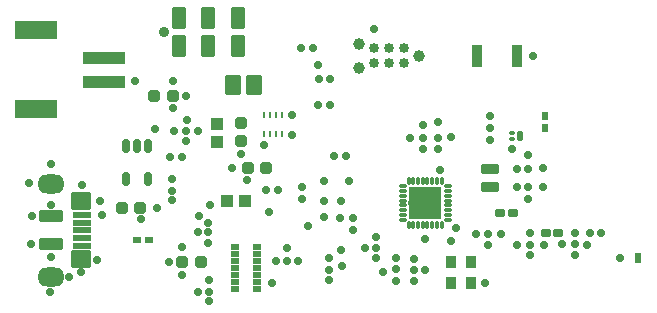
<source format=gts>
%TF.GenerationSoftware,KiCad,Pcbnew,9.0.3*%
%TF.CreationDate,2025-09-07T14:42:41+02:00*%
%TF.ProjectId,LoTiBloxy,4c6f5469-426c-46f7-9879-2e6b69636164,rev?*%
%TF.SameCoordinates,Original*%
%TF.FileFunction,Soldermask,Top*%
%TF.FilePolarity,Negative*%
%FSLAX46Y46*%
G04 Gerber Fmt 4.6, Leading zero omitted, Abs format (unit mm)*
G04 Created by KiCad (PCBNEW 9.0.3) date 2025-09-07 14:42:41*
%MOMM*%
%LPD*%
G01*
G04 APERTURE LIST*
G04 Aperture macros list*
%AMRoundRect*
0 Rectangle with rounded corners*
0 $1 Rounding radius*
0 $2 $3 $4 $5 $6 $7 $8 $9 X,Y pos of 4 corners*
0 Add a 4 corners polygon primitive as box body*
4,1,4,$2,$3,$4,$5,$6,$7,$8,$9,$2,$3,0*
0 Add four circle primitives for the rounded corners*
1,1,$1+$1,$2,$3*
1,1,$1+$1,$4,$5*
1,1,$1+$1,$6,$7*
1,1,$1+$1,$8,$9*
0 Add four rect primitives between the rounded corners*
20,1,$1+$1,$2,$3,$4,$5,0*
20,1,$1+$1,$4,$5,$6,$7,0*
20,1,$1+$1,$6,$7,$8,$9,0*
20,1,$1+$1,$8,$9,$2,$3,0*%
G04 Aperture macros list end*
%ADD10RoundRect,0.030000X-1.701800X0.749300X-1.701800X-0.749300X1.701800X-0.749300X1.701800X0.749300X0*%
%ADD11RoundRect,0.030000X-1.752600X0.495300X-1.752600X-0.495300X1.752600X-0.495300X1.752600X0.495300X0*%
%ADD12R,0.500000X0.900000*%
%ADD13RoundRect,0.150000X-0.150000X-0.200000X0.150000X-0.200000X0.150000X0.200000X-0.150000X0.200000X0*%
%ADD14RoundRect,0.030000X-0.469900X0.482600X-0.469900X-0.482600X0.469900X-0.482600X0.469900X0.482600X0*%
%ADD15RoundRect,0.155000X-0.185000X0.155000X-0.185000X-0.155000X0.185000X-0.155000X0.185000X0.155000X0*%
%ADD16RoundRect,0.155000X0.155000X0.185000X-0.155000X0.185000X-0.155000X-0.185000X0.155000X-0.185000X0*%
%ADD17RoundRect,0.240000X0.240000X0.265000X-0.240000X0.265000X-0.240000X-0.265000X0.240000X-0.265000X0*%
%ADD18RoundRect,0.030000X-0.698500X0.349250X-0.698500X-0.349250X0.698500X-0.349250X0.698500X0.349250X0*%
%ADD19RoundRect,0.102000X0.550000X0.710000X-0.550000X0.710000X-0.550000X-0.710000X0.550000X-0.710000X0*%
%ADD20RoundRect,0.030000X-0.355600X-0.279400X0.355600X-0.279400X0.355600X0.279400X-0.355600X0.279400X0*%
%ADD21R,0.660400X0.609600*%
%ADD22RoundRect,0.030000X-0.330200X-0.199999X0.330200X-0.199999X0.330200X0.199999X-0.330200X0.199999X0*%
%ADD23RoundRect,0.030000X-0.330200X-0.200000X0.330200X-0.200000X0.330200X0.200000X-0.330200X0.200000X0*%
%ADD24RoundRect,0.030000X-0.328850X-0.200000X0.328850X-0.200000X0.328850X0.200000X-0.328850X0.200000X0*%
%ADD25RoundRect,0.030000X-0.200000X-0.125000X0.200000X-0.125000X0.200000X0.125000X-0.200000X0.125000X0*%
%ADD26RoundRect,0.030000X-0.200000X-0.350000X0.200000X-0.350000X0.200000X0.350000X-0.200000X0.350000X0*%
%ADD27RoundRect,0.155000X-0.155000X-0.185000X0.155000X-0.185000X0.155000X0.185000X-0.155000X0.185000X0*%
%ADD28RoundRect,0.165000X-0.165000X0.415000X-0.165000X-0.415000X0.165000X-0.415000X0.165000X0.415000X0*%
%ADD29C,0.900000*%
%ADD30RoundRect,0.102000X0.500000X0.800000X-0.500000X0.800000X-0.500000X-0.800000X0.500000X-0.800000X0*%
%ADD31RoundRect,0.150000X-0.200000X0.150000X-0.200000X-0.150000X0.200000X-0.150000X0.200000X0.150000X0*%
%ADD32RoundRect,0.240000X-0.265000X0.240000X-0.265000X-0.240000X0.265000X-0.240000X0.265000X0.240000X0*%
%ADD33RoundRect,0.030000X-0.381000X0.482600X-0.381000X-0.482600X0.381000X-0.482600X0.381000X0.482600X0*%
%ADD34R,0.609600X0.660400*%
%ADD35RoundRect,0.240000X-0.240000X-0.265000X0.240000X-0.265000X0.240000X0.265000X-0.240000X0.265000X0*%
%ADD36C,0.990600*%
%ADD37C,0.847400*%
%ADD38R,0.253996X0.604900*%
%ADD39R,0.254000X0.604900*%
%ADD40RoundRect,0.155000X0.185000X-0.155000X0.185000X0.155000X-0.185000X0.155000X-0.185000X-0.155000X0*%
%ADD41O,0.699999X0.300000*%
%ADD42O,0.300000X0.699999*%
%ADD43C,0.700000*%
%ADD44R,2.799999X2.799999*%
%ADD45RoundRect,0.030000X-0.685800X0.228600X-0.685800X-0.228600X0.685800X-0.228600X0.685800X0.228600X0*%
%ADD46RoundRect,0.030000X-0.685800X0.224300X-0.685800X-0.224300X0.685800X-0.224300X0.685800X0.224300X0*%
%ADD47RoundRect,0.030000X-0.685800X0.224300X-0.685800X-0.224300X0.685800X-0.224300X0.685800X0.224300X0*%
%ADD48RoundRect,0.030000X-0.685800X0.219999X-0.685800X-0.219999X0.685800X-0.219999X0.685800X0.219999X0*%
%ADD49O,2.308200X1.622400*%
%ADD50RoundRect,0.030000X-0.774700X-0.711200X0.774700X-0.711200X0.774700X0.711200X-0.774700X0.711200X0*%
%ADD51RoundRect,0.030000X-0.952500X0.444500X-0.952500X-0.444500X0.952500X-0.444500X0.952500X0.444500X0*%
%ADD52RoundRect,0.150000X0.200000X-0.150000X0.200000X0.150000X-0.200000X0.150000X-0.200000X-0.150000X0*%
%ADD53RoundRect,0.150000X0.150000X0.200000X-0.150000X0.200000X-0.150000X-0.200000X0.150000X-0.200000X0*%
%ADD54RoundRect,0.030000X-0.400000X-0.850000X0.400000X-0.850000X0.400000X0.850000X-0.400000X0.850000X0*%
%ADD55RoundRect,0.030000X0.482600X0.469900X-0.482600X0.469900X-0.482600X-0.469900X0.482600X-0.469900X0*%
G04 APERTURE END LIST*
D10*
%TO.C,J2*%
X81605299Y-91350001D03*
X81605299Y-84649999D03*
D11*
X87355300Y-89000001D03*
X87355300Y-86999999D03*
%TD*%
D12*
%TO.C,AE2*%
X132600000Y-103918196D03*
%TD*%
D13*
%TO.C,R1*%
X106805000Y-95300000D03*
X107825000Y-95300000D03*
%TD*%
D14*
%TO.C,FB1*%
X96910000Y-92575700D03*
X96910000Y-94074300D03*
%TD*%
D15*
%TO.C,C21*%
X110388192Y-102120000D03*
X110388192Y-103080000D03*
%TD*%
D16*
%TO.C,C7*%
X95280000Y-93200000D03*
X94320000Y-93200000D03*
%TD*%
D15*
%TO.C,C13*%
X113600000Y-103970000D03*
X113600000Y-104930000D03*
%TD*%
D17*
%TO.C,C10*%
X101054200Y-96316800D03*
X99504200Y-96316800D03*
%TD*%
D18*
%TO.C,XTAL1*%
X120015000Y-96399350D03*
X120015000Y-97910650D03*
%TD*%
D19*
%TO.C,L1*%
X100035000Y-89300000D03*
X98265000Y-89300000D03*
%TD*%
D20*
%TO.C,L5*%
X124769300Y-101818196D03*
X125810700Y-101818196D03*
%TD*%
D21*
%TO.C,D1*%
X91180273Y-102404419D03*
X90138873Y-102404419D03*
%TD*%
D13*
%TO.C,R9*%
X104036400Y-86106000D03*
X105056400Y-86106000D03*
%TD*%
D15*
%TO.C,C5*%
X127240000Y-101788196D03*
X127240000Y-102748196D03*
%TD*%
D22*
%TO.C,U1*%
X98425000Y-102975001D03*
D23*
X98425000Y-103575000D03*
D22*
X98425000Y-104175001D03*
D23*
X98425000Y-104775000D03*
X98425000Y-105375000D03*
X98425000Y-105975000D03*
X98425000Y-106575000D03*
X100330000Y-106575000D03*
X100330000Y-105975000D03*
X100330000Y-105375000D03*
D24*
X100331350Y-104775000D03*
D22*
X100330000Y-104175001D03*
D23*
X100330000Y-103575000D03*
D22*
X100330000Y-102975001D03*
%TD*%
D20*
%TO.C,L4*%
X120919300Y-100118196D03*
X121960700Y-100118196D03*
%TD*%
D25*
%TO.C,Q1*%
X121900000Y-93375001D03*
D26*
X122600000Y-93600000D03*
D25*
X121900000Y-93824999D03*
%TD*%
D27*
%TO.C,C15*%
X122285000Y-96355000D03*
X123245000Y-96355000D03*
%TD*%
%TO.C,C6*%
X128510000Y-101838196D03*
X129470000Y-101838196D03*
%TD*%
D28*
%TO.C,U4*%
X91075000Y-94450000D03*
X90125000Y-94450000D03*
X89175000Y-94450000D03*
X89175000Y-97250000D03*
X91075000Y-97250000D03*
%TD*%
D29*
%TO.C,S3*%
X92425000Y-84775000D03*
D30*
X98700000Y-86000000D03*
X98700000Y-83600000D03*
X96200000Y-86000000D03*
X96200000Y-83600000D03*
X93700000Y-86000000D03*
X93700000Y-83600000D03*
%TD*%
D17*
%TO.C,C2*%
X95525000Y-104250000D03*
X93975000Y-104250000D03*
%TD*%
D16*
%TO.C,C19*%
X106480000Y-88800000D03*
X105520000Y-88800000D03*
%TD*%
D31*
%TO.C,R7*%
X106400000Y-103890000D03*
X106400000Y-104910000D03*
%TD*%
D13*
%TO.C,R4*%
X105490000Y-91000000D03*
X106510000Y-91000000D03*
%TD*%
D32*
%TO.C,C11*%
X98960000Y-92475000D03*
X98960000Y-94025000D03*
%TD*%
D15*
%TO.C,C20*%
X96274700Y-105811600D03*
X96274700Y-106771600D03*
%TD*%
D33*
%TO.C,XTAL2*%
X118450001Y-104297401D03*
X116749999Y-104297401D03*
X116749999Y-106050001D03*
X118450001Y-106050001D03*
%TD*%
D34*
%TO.C,D2*%
X124690000Y-92943196D03*
X124690000Y-91901796D03*
%TD*%
D35*
%TO.C,C18*%
X91625000Y-90200000D03*
X93175000Y-90200000D03*
%TD*%
D36*
%TO.C,J1*%
X114000000Y-86800000D03*
X108920000Y-87816000D03*
X108920000Y-85784000D03*
D37*
X112730000Y-86165000D03*
X112730000Y-87435000D03*
X111460000Y-86165000D03*
X111460000Y-87435000D03*
X110190000Y-86165000D03*
X110190000Y-87435000D03*
%TD*%
D38*
%TO.C,U3*%
X100900001Y-93452450D03*
D39*
X101400000Y-93452450D03*
X101900000Y-93452450D03*
D38*
X102399999Y-93452450D03*
D39*
X102400001Y-91847550D03*
X101900000Y-91847550D03*
X101400000Y-91847550D03*
D38*
X100900001Y-91847550D03*
%TD*%
D31*
%TO.C,R6*%
X93088873Y-97269419D03*
X93088873Y-98289419D03*
%TD*%
D40*
%TO.C,C8*%
X115640000Y-94698196D03*
X115640000Y-93738196D03*
%TD*%
D31*
%TO.C,R2*%
X104140000Y-97915000D03*
X104140000Y-98935000D03*
%TD*%
D35*
%TO.C,C12*%
X88875000Y-99650000D03*
X90425000Y-99650000D03*
%TD*%
D40*
%TO.C,C1*%
X96174700Y-102691600D03*
X96174700Y-101731600D03*
%TD*%
D41*
%TO.C,U2*%
X116439999Y-100668198D03*
X116439999Y-100268197D03*
X116439999Y-99868197D03*
X116439999Y-99468198D03*
X116439999Y-99068196D03*
X116439999Y-98668197D03*
X116439999Y-98268198D03*
X116439999Y-97868196D03*
D42*
X115940000Y-97368197D03*
X115539998Y-97368197D03*
X115139999Y-97368197D03*
X114740000Y-97368197D03*
X114339998Y-97368197D03*
X113939999Y-97368197D03*
X113539999Y-97368197D03*
X113139998Y-97368197D03*
D41*
X112640001Y-97868196D03*
X112640001Y-98268198D03*
X112640001Y-98668197D03*
X112640001Y-99068196D03*
X112640001Y-99468198D03*
X112640001Y-99868197D03*
X112640001Y-100268197D03*
X112640001Y-100668198D03*
D42*
X113139998Y-101168195D03*
X113539999Y-101168195D03*
X113939999Y-101168195D03*
X114339998Y-101168195D03*
X114740000Y-101168195D03*
X115139999Y-101168195D03*
X115539998Y-101168195D03*
X115940000Y-101168195D03*
D43*
X115565000Y-99268196D03*
X114540000Y-100318196D03*
X114540000Y-98218196D03*
X114539997Y-99268196D03*
D44*
X114539997Y-99268196D03*
D43*
X113465000Y-99268196D03*
%TD*%
D15*
%TO.C,C9*%
X112065000Y-103938196D03*
X112065000Y-104898196D03*
%TD*%
D45*
%TO.C,J3*%
X85493500Y-102875000D03*
D46*
X85493500Y-102220699D03*
D47*
X85493500Y-101570700D03*
D48*
X85493500Y-100925001D03*
D45*
X85493500Y-100275000D03*
D49*
X82829299Y-97625000D03*
D50*
X85404600Y-99112501D03*
D51*
X82829299Y-100387500D03*
X82829299Y-102762500D03*
D50*
X85404600Y-104037499D03*
D49*
X82829299Y-105525000D03*
%TD*%
D27*
%TO.C,C14*%
X118885000Y-101918196D03*
X119845000Y-101918196D03*
%TD*%
%TO.C,C3*%
X101920000Y-104200000D03*
X102880000Y-104200000D03*
%TD*%
%TO.C,C16*%
X122285000Y-97955000D03*
X123245000Y-97955000D03*
%TD*%
D52*
%TO.C,R10*%
X120000000Y-93968197D03*
X120000000Y-92948197D03*
%TD*%
%TO.C,R3*%
X108407200Y-101551200D03*
X108407200Y-100531200D03*
%TD*%
D13*
%TO.C,R8*%
X101039200Y-98196400D03*
X102059200Y-98196400D03*
%TD*%
D15*
%TO.C,C4*%
X123390000Y-101838196D03*
X123390000Y-102798196D03*
%TD*%
D53*
%TO.C,R5*%
X93973873Y-95379419D03*
X92953873Y-95379419D03*
%TD*%
D54*
%TO.C,S1*%
X118900000Y-86800000D03*
X122300000Y-86800000D03*
%TD*%
D55*
%TO.C,FB2*%
X99299300Y-99100000D03*
X97800700Y-99100000D03*
%TD*%
D40*
%TO.C,C17*%
X114340000Y-94698196D03*
X114340000Y-93738196D03*
%TD*%
D43*
X96174700Y-100975300D03*
X95325000Y-101750000D03*
X92850000Y-104250000D03*
X84375000Y-105525000D03*
X124495000Y-97955000D03*
X85450000Y-97750000D03*
X87050000Y-99100000D03*
X120000000Y-91875000D03*
X91650000Y-93000000D03*
X96250000Y-107600000D03*
X95321600Y-106771600D03*
X113300000Y-93738196D03*
X106400000Y-105750000D03*
X126150000Y-102725000D03*
X114525000Y-104925000D03*
X120950000Y-101900000D03*
X131075000Y-103900000D03*
X111000000Y-105150000D03*
X98166800Y-96316800D03*
X103775000Y-104200000D03*
X115640000Y-92410000D03*
X82850000Y-95950000D03*
X123700000Y-86800000D03*
X124500000Y-96300000D03*
X100875000Y-94350000D03*
X93200000Y-91200000D03*
X90450000Y-100600000D03*
X116700000Y-93700000D03*
X102880000Y-103105000D03*
X93175000Y-88975000D03*
X123250000Y-95200000D03*
X94300000Y-94000000D03*
X114350000Y-92700000D03*
X99475000Y-97325000D03*
X119585000Y-106050001D03*
X119845000Y-102795000D03*
X124600000Y-102800000D03*
X90000000Y-88975000D03*
X93250000Y-93200000D03*
X98960000Y-95140000D03*
X81225000Y-100375000D03*
X112050000Y-105850000D03*
X82850000Y-103850000D03*
X128250000Y-102800000D03*
X93088873Y-99038873D03*
X87200000Y-100250000D03*
X93975000Y-105374400D03*
X82800000Y-106825000D03*
X82850000Y-99400000D03*
X105475000Y-87600000D03*
X123245000Y-98895000D03*
X110375000Y-103896400D03*
X81200000Y-102700000D03*
X86732618Y-104056948D03*
X94350000Y-92250000D03*
X110175000Y-84575000D03*
X127250000Y-103650000D03*
X122301804Y-102798196D03*
X121900000Y-94700000D03*
X91850000Y-99650000D03*
X103250000Y-91850000D03*
X123390000Y-103640000D03*
X101600000Y-106000000D03*
X85400000Y-105150000D03*
X93975000Y-102991294D03*
X94300000Y-90200000D03*
X103250000Y-93475000D03*
X113600000Y-105850000D03*
X109480000Y-103080000D03*
X81000000Y-97600000D03*
X95376600Y-100406600D03*
X96331902Y-99451298D03*
X117150000Y-101400000D03*
X114550000Y-102300000D03*
X116725000Y-102500000D03*
X107500000Y-104565000D03*
X115800000Y-96450000D03*
X107450000Y-103215000D03*
X104650000Y-101200000D03*
X101281475Y-100025000D03*
X106000000Y-99100000D03*
X107430000Y-99100000D03*
X105950000Y-97375000D03*
X108090000Y-97400000D03*
X106000000Y-100475000D03*
X107354000Y-100500000D03*
M02*

</source>
